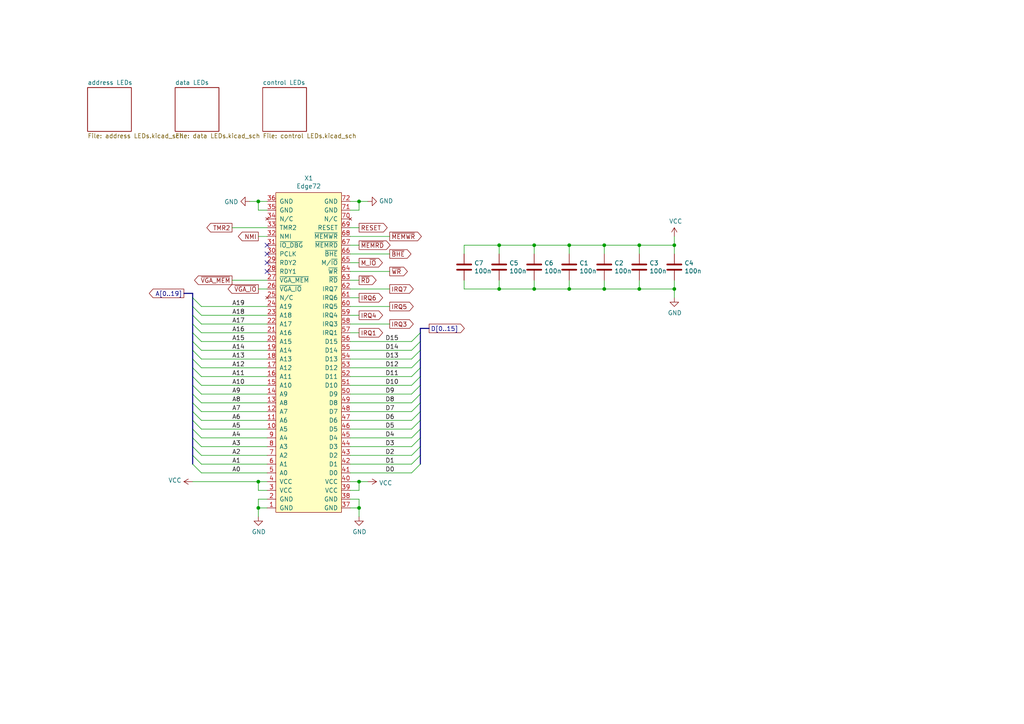
<source format=kicad_sch>
(kicad_sch (version 20230121) (generator eeschema)
  (paper "A4")
  (title_block (title "Mini8086 LED board") (rev "1.1"))
  (lib_symbols
    (symbol "Device:C" (pin_numbers hide) (pin_names (offset 0.254))
      (property "Reference" "C" (at 0.635 2.54 0))
      (property "Value" "C" (at 0.635 -2.54 0))
      (symbol "C_0_1"
        (polyline (pts (xy -2.032 -0.762) (xy 2.032 -0.762)) (stroke (width 0.508)))
        (polyline (pts (xy -2.032 0.762) (xy 2.032 0.762)) (stroke (width 0.508)))
      )
      (symbol "C_1_1"
        (pin passive line (at 0 3.81 270) (length 2.794) (name "~") (number "1"))
        (pin passive line (at 0 -3.81 90) (length 2.794) (name "~") (number "2"))
      )
    )
    (symbol "led_board-rescue:Edge72-Mini8086" (pin_names (offset 1.016))
      (property "Reference" "X" (at 2.54 -49.53 0))
      (property "Value" "Edge72-Mini8086" (at -3.81 -49.53 0))
      (symbol "Edge72-Mini8086_0_1"
        (rectangle (start -8.89 45.72) (end 10.16 -46.99) (fill (type background)))
      )
      (symbol "Edge72-Mini8086_1_1"
        (pin passive line (at -11.43 -45.72 0) (length 2.54) (name "GND") (number "1"))
        (pin bidirectional line (at -11.43 -22.86 0) (length 2.54) (name "A5") (number "10"))
        (pin bidirectional line (at -11.43 -20.32 0) (length 2.54) (name "A6") (number "11"))
        (pin bidirectional line (at -11.43 -17.78 0) (length 2.54) (name "A7") (number "12"))
        (pin bidirectional line (at -11.43 -15.24 0) (length 2.54) (name "A8") (number "13"))
        (pin bidirectional line (at -11.43 -12.7 0) (length 2.54) (name "A9") (number "14"))
        (pin bidirectional line (at -11.43 -10.16 0) (length 2.54) (name "A10") (number "15"))
        (pin bidirectional line (at -11.43 -7.62 0) (length 2.54) (name "A11") (number "16"))
        (pin bidirectional line (at -11.43 -5.08 0) (length 2.54) (name "A12") (number "17"))
        (pin bidirectional line (at -11.43 -2.54 0) (length 2.54) (name "A13") (number "18"))
        (pin bidirectional line (at -11.43 0 0) (length 2.54) (name "A14") (number "19"))
        (pin passive line (at -11.43 -43.18 0) (length 2.54) (name "GND") (number "2"))
        (pin bidirectional line (at -11.43 2.54 0) (length 2.54) (name "A15") (number "20"))
        (pin bidirectional line (at -11.43 5.08 0) (length 2.54) (name "A16") (number "21"))
        (pin bidirectional line (at -11.43 7.62 0) (length 2.54) (name "A17") (number "22"))
        (pin bidirectional line (at -11.43 10.16 0) (length 2.54) (name "A18") (number "23"))
        (pin bidirectional line (at -11.43 12.7 0) (length 2.54) (name "A19") (number "24"))
        (pin no_connect line (at -11.43 15.24 0) (length 2.54) (name "N/C") (number "25"))
        (pin bidirectional line (at -11.43 17.78 0) (length 2.54) (name "~{VGA_IO}") (number "26"))
        (pin bidirectional line (at -11.43 20.32 0) (length 2.54) (name "~{VGA_MEM}") (number "27"))
        (pin passive line (at -11.43 22.86 0) (length 2.54) (name "RDY1") (number "28"))
        (pin passive line (at -11.43 25.4 0) (length 2.54) (name "RDY2") (number "29"))
        (pin passive line (at -11.43 -40.64 0) (length 2.54) (name "VCC") (number "3"))
        (pin passive line (at -11.43 27.94 0) (length 2.54) (name "PCLK") (number "30"))
        (pin passive line (at -11.43 30.48 0) (length 2.54) (name "~{IO_DBG}") (number "31"))
        (pin passive line (at -11.43 33.02 0) (length 2.54) (name "NMI") (number "32"))
        (pin passive line (at -11.43 35.56 0) (length 2.54) (name "TMR2") (number "33"))
        (pin no_connect line (at -11.43 38.1 0) (length 2.54) (name "N/C") (number "34"))
        (pin passive line (at -11.43 40.64 0) (length 2.54) (name "GND") (number "35"))
        (pin passive line (at -11.43 43.18 0) (length 2.54) (name "GND") (number "36"))
        (pin power_out line (at 12.7 -45.72 180) (length 2.54) (name "GND") (number "37"))
        (pin passive line (at 12.7 -43.18 180) (length 2.54) (name "GND") (number "38"))
        (pin power_out line (at 12.7 -40.64 180) (length 2.54) (name "VCC") (number "39"))
        (pin passive line (at -11.43 -38.1 0) (length 2.54) (name "VCC") (number "4"))
        (pin passive line (at 12.7 -38.1 180) (length 2.54) (name "VCC") (number "40"))
        (pin bidirectional line (at 12.7 -35.56 180) (length 2.54) (name "D0") (number "41"))
        (pin bidirectional line (at 12.7 -33.02 180) (length 2.54) (name "D1") (number "42"))
        (pin bidirectional line (at 12.7 -30.48 180) (length 2.54) (name "D2") (number "43"))
        (pin bidirectional line (at 12.7 -27.94 180) (length 2.54) (name "D3") (number "44"))
        (pin bidirectional line (at 12.7 -25.4 180) (length 2.54) (name "D4") (number "45"))
        (pin bidirectional line (at 12.7 -22.86 180) (length 2.54) (name "D5") (number "46"))
        (pin bidirectional line (at 12.7 -20.32 180) (length 2.54) (name "D6") (number "47"))
        (pin bidirectional line (at 12.7 -17.78 180) (length 2.54) (name "D7") (number "48"))
        (pin bidirectional line (at 12.7 -15.24 180) (length 2.54) (name "D8") (number "49"))
        (pin bidirectional line (at -11.43 -35.56 0) (length 2.54) (name "A0") (number "5"))
        (pin bidirectional line (at 12.7 -12.7 180) (length 2.54) (name "D9") (number "50"))
        (pin bidirectional line (at 12.7 -10.16 180) (length 2.54) (name "D10") (number "51"))
        (pin bidirectional line (at 12.7 -7.62 180) (length 2.54) (name "D11") (number "52"))
        (pin bidirectional line (at 12.7 -5.08 180) (length 2.54) (name "D12") (number "53"))
        (pin bidirectional line (at 12.7 -2.54 180) (length 2.54) (name "D13") (number "54"))
        (pin bidirectional line (at 12.7 0 180) (length 2.54) (name "D14") (number "55"))
        (pin bidirectional line (at 12.7 2.54 180) (length 2.54) (name "D15") (number "56"))
        (pin passive line (at 12.7 5.08 180) (length 2.54) (name "IRQ1") (number "57"))
        (pin passive line (at 12.7 7.62 180) (length 2.54) (name "IRQ3") (number "58"))
        (pin passive line (at 12.7 10.16 180) (length 2.54) (name "IRQ4") (number "59"))
        (pin bidirectional line (at -11.43 -33.02 0) (length 2.54) (name "A1") (number "6"))
        (pin passive line (at 12.7 12.7 180) (length 2.54) (name "IRQ5") (number "60"))
        (pin passive line (at 12.7 15.24 180) (length 2.54) (name "IRQ6") (number "61"))
        (pin passive line (at 12.7 17.78 180) (length 2.54) (name "IRQ7") (number "62"))
        (pin bidirectional line (at 12.7 20.32 180) (length 2.54) (name "~{RD}") (number "63"))
        (pin bidirectional line (at 12.7 22.86 180) (length 2.54) (name "~{WR}") (number "64"))
        (pin bidirectional line (at 12.7 25.4 180) (length 2.54) (name "M/~{IO}") (number "65"))
        (pin bidirectional line (at 12.7 27.94 180) (length 2.54) (name "~{BHE}") (number "66"))
        (pin bidirectional line (at 12.7 30.48 180) (length 2.54) (name "~{MEMRD}") (number "67"))
        (pin bidirectional line (at 12.7 33.02 180) (length 2.54) (name "~{MEMWR}") (number "68"))
        (pin passive line (at 12.7 35.56 180) (length 2.54) (name "RESET") (number "69"))
        (pin bidirectional line (at -11.43 -30.48 0) (length 2.54) (name "A2") (number "7"))
        (pin no_connect line (at 12.7 38.1 180) (length 2.54) (name "N/C") (number "70"))
        (pin passive line (at 12.7 40.64 180) (length 2.54) (name "GND") (number "71"))
        (pin passive line (at 12.7 43.18 180) (length 2.54) (name "GND") (number "72"))
        (pin bidirectional line (at -11.43 -27.94 0) (length 2.54) (name "A3") (number "8"))
        (pin bidirectional line (at -11.43 -25.4 0) (length 2.54) (name "A4") (number "9"))
      )
    )
    (symbol "power:GND" (power) (pin_names (offset 0))
      (property "Value" "GND" (at 0 -3.81 0))
      (symbol "GND_0_1"
        (polyline (pts (xy 0 0) (xy 0 -1.27) (xy 1.27 -1.27) (xy 0 -2.54) (xy -1.27 -1.27) (xy 0 -1.27)))
      )
      (symbol "GND_1_1"
        (pin power_in line (at 0 0 270) (length 0) hide (name "GND") (number "1"))
      )
    )
    (symbol "power:VCC" (power) (pin_names (offset 0))
      (property "Value" "VCC" (at 0 3.81 0))
      (symbol "VCC_0_1"
        (polyline (pts (xy -0.762 1.27) (xy 0 2.54)))
        (polyline (pts (xy 0 0) (xy 0 2.54)))
        (polyline (pts (xy 0 2.54) (xy 0.762 1.27)))
      )
      (symbol "VCC_1_1"
        (pin power_in line (at 0 0 90) (length 0) hide (name "VCC") (number "1"))
      )
    )
  )
  (junction (at 165.1 71.12))
  (junction (at 175.26 71.12))
  (junction (at 154.94 71.12))
  (junction (at 195.58 71.12))
  (junction (at 104.14 139.7))
  (junction (at 144.78 71.12))
  (junction (at 74.93 58.42))
  (junction (at 195.58 83.82))
  (junction (at 154.94 83.82))
  (junction (at 104.14 147.32))
  (junction (at 165.1 83.82))
  (junction (at 185.42 71.12))
  (junction (at 74.93 147.32))
  (junction (at 185.42 83.82))
  (junction (at 175.26 83.82))
  (junction (at 74.93 139.7))
  (junction (at 144.78 83.82))
  (junction (at 104.14 58.42))
  (no_connect (at 77.47 73.66))
  (no_connect (at 77.47 71.12))
  (no_connect (at 77.47 78.74))
  (no_connect (at 77.47 76.2))
  (bus_entry (at 58.42 99.06) (size -2.54 -2.54))
  (bus_entry (at 119.38 116.84) (size 2.54 -2.54))
  (bus_entry (at 58.42 129.54) (size -2.54 -2.54))
  (bus_entry (at 119.38 121.92) (size 2.54 -2.54))
  (bus_entry (at 58.42 88.9) (size -2.54 -2.54))
  (bus_entry (at 58.42 106.68) (size -2.54 -2.54))
  (bus_entry (at 58.42 137.16) (size -2.54 -2.54))
  (bus_entry (at 58.42 127) (size -2.54 -2.54))
  (bus_entry (at 119.38 114.3) (size 2.54 -2.54))
  (bus_entry (at 119.38 134.62) (size 2.54 -2.54))
  (bus_entry (at 119.38 137.16) (size 2.54 -2.54))
  (bus_entry (at 58.42 124.46) (size -2.54 -2.54))
  (bus_entry (at 58.42 114.3) (size -2.54 -2.54))
  (bus_entry (at 119.38 132.08) (size 2.54 -2.54))
  (bus_entry (at 58.42 132.08) (size -2.54 -2.54))
  (bus_entry (at 58.42 101.6) (size -2.54 -2.54))
  (bus_entry (at 119.38 104.14) (size 2.54 -2.54))
  (bus_entry (at 119.38 129.54) (size 2.54 -2.54))
  (bus_entry (at 58.42 116.84) (size -2.54 -2.54))
  (bus_entry (at 58.42 111.76) (size -2.54 -2.54))
  (bus_entry (at 119.38 119.38) (size 2.54 -2.54))
  (bus_entry (at 119.38 127) (size 2.54 -2.54))
  (bus_entry (at 119.38 109.22) (size 2.54 -2.54))
  (bus_entry (at 58.42 96.52) (size -2.54 -2.54))
  (bus_entry (at 58.42 91.44) (size -2.54 -2.54))
  (bus_entry (at 119.38 124.46) (size 2.54 -2.54))
  (bus_entry (at 119.38 111.76) (size 2.54 -2.54))
  (bus_entry (at 58.42 134.62) (size -2.54 -2.54))
  (bus_entry (at 58.42 119.38) (size -2.54 -2.54))
  (bus_entry (at 119.38 106.68) (size 2.54 -2.54))
  (bus_entry (at 58.42 109.22) (size -2.54 -2.54))
  (bus_entry (at 119.38 99.06) (size 2.54 -2.54))
  (bus_entry (at 58.42 121.92) (size -2.54 -2.54))
  (bus_entry (at 58.42 93.98) (size -2.54 -2.54))
  (bus_entry (at 58.42 104.14) (size -2.54 -2.54))
  (bus_entry (at 119.38 101.6) (size 2.54 -2.54))
  (bus (pts (xy 121.92 121.92) (xy 121.92 124.46)))
  (bus (pts (xy 55.88 111.76) (xy 55.88 114.3)))
  (wire (pts (xy 165.1 71.12) (xy 154.94 71.12)))
  (wire (pts (xy 119.38 111.76) (xy 101.6 111.76)))
  (wire (pts (xy 165.1 81.28) (xy 165.1 83.82)))
  (bus (pts (xy 121.92 106.68) (xy 121.92 109.22)))
  (wire (pts (xy 104.14 91.44) (xy 101.6 91.44)))
  (wire (pts (xy 104.14 76.2) (xy 101.6 76.2)))
  (wire (pts (xy 74.93 58.42) (xy 72.39 58.42)))
  (bus (pts (xy 55.88 127) (xy 55.88 129.54)))
  (bus (pts (xy 121.92 99.06) (xy 121.92 101.6)))
  (bus (pts (xy 121.92 111.76) (xy 121.92 114.3)))
  (wire (pts (xy 58.42 96.52) (xy 77.47 96.52)))
  (bus (pts (xy 55.88 96.52) (xy 55.88 99.06)))
  (wire (pts (xy 74.93 60.96) (xy 74.93 58.42)))
  (bus (pts (xy 121.92 119.38) (xy 121.92 121.92)))
  (wire (pts (xy 165.1 83.82) (xy 175.26 83.82)))
  (wire (pts (xy 185.42 71.12) (xy 195.58 71.12)))
  (wire (pts (xy 74.93 68.58) (xy 77.47 68.58)))
  (bus (pts (xy 55.88 129.54) (xy 55.88 132.08)))
  (wire (pts (xy 144.78 71.12) (xy 144.78 73.66)))
  (wire (pts (xy 165.1 83.82) (xy 154.94 83.82)))
  (wire (pts (xy 58.42 127) (xy 77.47 127)))
  (wire (pts (xy 195.58 71.12) (xy 195.58 68.58)))
  (wire (pts (xy 74.93 139.7) (xy 55.88 139.7)))
  (bus (pts (xy 121.92 104.14) (xy 121.92 106.68)))
  (bus (pts (xy 55.88 109.22) (xy 55.88 111.76)))
  (wire (pts (xy 104.14 144.78) (xy 104.14 147.32)))
  (wire (pts (xy 104.14 60.96) (xy 104.14 58.42)))
  (wire (pts (xy 58.42 101.6) (xy 77.47 101.6)))
  (wire (pts (xy 101.6 68.58) (xy 113.03 68.58)))
  (bus (pts (xy 121.92 109.22) (xy 121.92 111.76)))
  (wire (pts (xy 175.26 83.82) (xy 185.42 83.82)))
  (bus (pts (xy 55.88 121.92) (xy 55.88 124.46)))
  (bus (pts (xy 121.92 127) (xy 121.92 129.54)))
  (wire (pts (xy 113.03 88.9) (xy 101.6 88.9)))
  (wire (pts (xy 185.42 73.66) (xy 185.42 71.12)))
  (wire (pts (xy 195.58 83.82) (xy 195.58 86.36)))
  (wire (pts (xy 101.6 66.04) (xy 104.14 66.04)))
  (bus (pts (xy 55.88 85.09) (xy 55.88 86.36)))
  (wire (pts (xy 104.14 139.7) (xy 104.14 142.24)))
  (wire (pts (xy 119.38 127) (xy 101.6 127)))
  (bus (pts (xy 55.88 104.14) (xy 55.88 106.68)))
  (wire (pts (xy 134.62 83.82) (xy 134.62 81.28)))
  (wire (pts (xy 104.14 81.28) (xy 101.6 81.28)))
  (wire (pts (xy 144.78 83.82) (xy 134.62 83.82)))
  (wire (pts (xy 101.6 139.7) (xy 104.14 139.7)))
  (wire (pts (xy 104.14 58.42) (xy 101.6 58.42)))
  (wire (pts (xy 113.03 78.74) (xy 101.6 78.74)))
  (wire (pts (xy 58.42 91.44) (xy 77.47 91.44)))
  (bus (pts (xy 55.88 114.3) (xy 55.88 116.84)))
  (wire (pts (xy 77.47 60.96) (xy 74.93 60.96)))
  (wire (pts (xy 195.58 81.28) (xy 195.58 83.82)))
  (wire (pts (xy 119.38 134.62) (xy 101.6 134.62)))
  (wire (pts (xy 77.47 142.24) (xy 74.93 142.24)))
  (wire (pts (xy 134.62 71.12) (xy 144.78 71.12)))
  (wire (pts (xy 74.93 58.42) (xy 77.47 58.42)))
  (wire (pts (xy 58.42 93.98) (xy 77.47 93.98)))
  (wire (pts (xy 58.42 116.84) (xy 77.47 116.84)))
  (wire (pts (xy 104.14 58.42) (xy 106.68 58.42)))
  (wire (pts (xy 104.14 139.7) (xy 106.68 139.7)))
  (wire (pts (xy 119.38 132.08) (xy 101.6 132.08)))
  (wire (pts (xy 119.38 119.38) (xy 101.6 119.38)))
  (wire (pts (xy 74.93 147.32) (xy 77.47 147.32)))
  (bus (pts (xy 55.88 132.08) (xy 55.88 134.62)))
  (bus (pts (xy 121.92 96.52) (xy 121.92 99.06)))
  (wire (pts (xy 104.14 147.32) (xy 101.6 147.32)))
  (wire (pts (xy 67.31 81.28) (xy 77.47 81.28)))
  (wire (pts (xy 101.6 60.96) (xy 104.14 60.96)))
  (wire (pts (xy 58.42 114.3) (xy 77.47 114.3)))
  (wire (pts (xy 58.42 121.92) (xy 77.47 121.92)))
  (wire (pts (xy 175.26 71.12) (xy 175.26 73.66)))
  (wire (pts (xy 175.26 81.28) (xy 175.26 83.82)))
  (wire (pts (xy 119.38 121.92) (xy 101.6 121.92)))
  (wire (pts (xy 101.6 71.12) (xy 104.14 71.12)))
  (bus (pts (xy 55.88 93.98) (xy 55.88 96.52)))
  (wire (pts (xy 144.78 83.82) (xy 144.78 81.28)))
  (wire (pts (xy 185.42 83.82) (xy 195.58 83.82)))
  (wire (pts (xy 67.31 66.04) (xy 77.47 66.04)))
  (wire (pts (xy 74.93 142.24) (xy 74.93 139.7)))
  (wire (pts (xy 119.38 104.14) (xy 101.6 104.14)))
  (wire (pts (xy 58.42 88.9) (xy 77.47 88.9)))
  (wire (pts (xy 101.6 137.16) (xy 119.38 137.16)))
  (wire (pts (xy 101.6 144.78) (xy 104.14 144.78)))
  (wire (pts (xy 58.42 132.08) (xy 77.47 132.08)))
  (bus (pts (xy 121.92 129.54) (xy 121.92 132.08)))
  (wire (pts (xy 74.93 139.7) (xy 77.47 139.7)))
  (wire (pts (xy 154.94 83.82) (xy 144.78 83.82)))
  (bus (pts (xy 55.88 116.84) (xy 55.88 119.38)))
  (wire (pts (xy 195.58 71.12) (xy 195.58 73.66)))
  (wire (pts (xy 119.38 101.6) (xy 101.6 101.6)))
  (wire (pts (xy 58.42 119.38) (xy 77.47 119.38)))
  (wire (pts (xy 58.42 109.22) (xy 77.47 109.22)))
  (wire (pts (xy 113.03 93.98) (xy 101.6 93.98)))
  (bus (pts (xy 121.92 101.6) (xy 121.92 104.14)))
  (wire (pts (xy 58.42 99.06) (xy 77.47 99.06)))
  (wire (pts (xy 58.42 124.46) (xy 77.47 124.46)))
  (bus (pts (xy 121.92 95.25) (xy 124.46 95.25)))
  (wire (pts (xy 58.42 104.14) (xy 77.47 104.14)))
  (wire (pts (xy 101.6 73.66) (xy 113.03 73.66)))
  (wire (pts (xy 175.26 71.12) (xy 185.42 71.12)))
  (bus (pts (xy 121.92 124.46) (xy 121.92 127)))
  (wire (pts (xy 119.38 116.84) (xy 101.6 116.84)))
  (wire (pts (xy 165.1 73.66) (xy 165.1 71.12)))
  (bus (pts (xy 55.88 124.46) (xy 55.88 127)))
  (bus (pts (xy 55.88 106.68) (xy 55.88 109.22)))
  (wire (pts (xy 74.93 144.78) (xy 74.93 147.32)))
  (wire (pts (xy 104.14 142.24) (xy 101.6 142.24)))
  (bus (pts (xy 121.92 132.08) (xy 121.92 134.62)))
  (wire (pts (xy 119.38 106.68) (xy 101.6 106.68)))
  (wire (pts (xy 165.1 71.12) (xy 175.26 71.12)))
  (bus (pts (xy 55.88 101.6) (xy 55.88 104.14)))
  (bus (pts (xy 55.88 99.06) (xy 55.88 101.6)))
  (bus (pts (xy 121.92 95.25) (xy 121.92 96.52)))
  (bus (pts (xy 55.88 85.09) (xy 53.34 85.09)))
  (wire (pts (xy 77.47 137.16) (xy 58.42 137.16)))
  (wire (pts (xy 77.47 144.78) (xy 74.93 144.78)))
  (wire (pts (xy 154.94 83.82) (xy 154.94 81.28)))
  (wire (pts (xy 119.38 109.22) (xy 101.6 109.22)))
  (bus (pts (xy 55.88 91.44) (xy 55.88 93.98)))
  (wire (pts (xy 154.94 71.12) (xy 144.78 71.12)))
  (bus (pts (xy 121.92 114.3) (xy 121.92 116.84)))
  (bus (pts (xy 55.88 88.9) (xy 55.88 91.44)))
  (wire (pts (xy 74.93 147.32) (xy 74.93 149.86)))
  (wire (pts (xy 119.38 114.3) (xy 101.6 114.3)))
  (wire (pts (xy 58.42 129.54) (xy 77.47 129.54)))
  (wire (pts (xy 185.42 81.28) (xy 185.42 83.82)))
  (wire (pts (xy 74.93 83.82) (xy 77.47 83.82)))
  (wire (pts (xy 104.14 96.52) (xy 101.6 96.52)))
  (wire (pts (xy 154.94 71.12) (xy 154.94 73.66)))
  (wire (pts (xy 104.14 86.36) (xy 101.6 86.36)))
  (wire (pts (xy 119.38 124.46) (xy 101.6 124.46)))
  (wire (pts (xy 134.62 73.66) (xy 134.62 71.12)))
  (bus (pts (xy 55.88 119.38) (xy 55.88 121.92)))
  (wire (pts (xy 58.42 134.62) (xy 77.47 134.62)))
  (wire (pts (xy 119.38 99.06) (xy 101.6 99.06)))
  (bus (pts (xy 121.92 116.84) (xy 121.92 119.38)))
  (wire (pts (xy 58.42 106.68) (xy 77.47 106.68)))
  (wire (pts (xy 119.38 129.54) (xy 101.6 129.54)))
  (wire (pts (xy 58.42 111.76) (xy 77.47 111.76)))
  (wire (pts (xy 104.14 147.32) (xy 104.14 149.86)))
  (bus (pts (xy 55.88 86.36) (xy 55.88 88.9)))
  (wire (pts (xy 113.03 83.82) (xy 101.6 83.82)))
  (label "A2" (at 67.31 132.08 0))
  (label "D2" (at 111.76 132.08 0))
  (label "D6" (at 111.76 121.92 0))
  (label "D14" (at 111.76 101.6 0))
  (label "A19" (at 67.31 88.9 0))
  (label "A7" (at 67.31 119.38 0))
  (label "D8" (at 111.76 116.84 0))
  (label "D4" (at 111.76 127 0))
  (label "A16" (at 67.31 96.52 0))
  (label "D15" (at 111.76 99.06 0))
  (label "D12" (at 111.76 106.68 0))
  (label "D0" (at 111.76 137.16 0))
  (label "A9" (at 67.31 114.3 0))
  (label "D10" (at 111.76 111.76 0))
  (label "A14" (at 67.31 101.6 0))
  (label "A11" (at 67.31 109.22 0))
  (label "A13" (at 67.31 104.14 0))
  (label "D1" (at 111.76 134.62 0))
  (label "A12" (at 67.31 106.68 0))
  (label "D13" (at 111.76 104.14 0))
  (label "D9" (at 111.76 114.3 0))
  (label "D3" (at 111.76 129.54 0))
  (label "D11" (at 111.76 109.22 0))
  (label "A17" (at 67.31 93.98 0))
  (label "A6" (at 67.31 121.92 0))
  (label "D5" (at 111.76 124.46 0))
  (label "A8" (at 67.31 116.84 0))
  (label "A15" (at 67.31 99.06 0))
  (label "A3" (at 67.31 129.54 0))
  (label "A1" (at 67.31 134.62 0))
  (label "A0" (at 67.31 137.16 0))
  (label "D7" (at 111.76 119.38 0))
  (label "A10" (at 67.31 111.76 0))
  (label "A4" (at 67.31 127 0))
  (label "A18" (at 67.31 91.44 0))
  (label "A5" (at 67.31 124.46 0))
  (global_label "D[0..15]" (shape output) (at 124.46 95.25 0) (property "Intersheetrefs" "${INTERSHEET_REFS}" (effects hide)))
  (global_label "~{VGA_MEM}" (shape output) (at 67.31 81.28 180) (property "Intersheetrefs" "${INTERSHEET_REFS}" (effects hide)))
  (global_label "NMI" (shape output) (at 74.93 68.58 180) (property "Intersheetrefs" "${INTERSHEET_REFS}" (effects hide)))
  (global_label "~{VGA_IO}" (shape output) (at 74.93 83.82 180) (property "Intersheetrefs" "${INTERSHEET_REFS}" (effects hide)))
  (global_label "IRQ3" (shape output) (at 113.03 93.98 0) (property "Intersheetrefs" "${INTERSHEET_REFS}" (effects hide)))
  (global_label "IRQ7" (shape output) (at 113.03 83.82 0) (property "Intersheetrefs" "${INTERSHEET_REFS}" (effects hide)))
  (global_label "A[0..19]" (shape output) (at 53.34 85.09 180) (property "Intersheetrefs" "${INTERSHEET_REFS}" (effects hide)))
  (global_label "~{MEMRD}" (shape output) (at 104.14 71.12 0) (property "Intersheetrefs" "${INTERSHEET_REFS}" (effects hide)))
  (global_label "IRQ5" (shape output) (at 113.03 88.9 0) (property "Intersheetrefs" "${INTERSHEET_REFS}" (effects hide)))
  (global_label "M_~{IO}" (shape output) (at 104.14 76.2 0) (property "Intersheetrefs" "${INTERSHEET_REFS}" (effects hide)))
  (global_label "~{MEMWR}" (shape output) (at 113.03 68.58 0) (property "Intersheetrefs" "${INTERSHEET_REFS}" (effects hide)))
  (global_label "IRQ6" (shape output) (at 104.14 86.36 0) (property "Intersheetrefs" "${INTERSHEET_REFS}" (effects hide)))
  (global_label "TMR2" (shape output) (at 67.31 66.04 180) (property "Intersheetrefs" "${INTERSHEET_REFS}" (effects hide)))
  (global_label "~{RD}" (shape output) (at 104.14 81.28 0) (property "Intersheetrefs" "${INTERSHEET_REFS}" (effects hide)))
  (global_label "RESET" (shape output) (at 104.14 66.04 0) (property "Intersheetrefs" "${INTERSHEET_REFS}" (effects hide)))
  (global_label "IRQ1" (shape output) (at 104.14 96.52 0) (property "Intersheetrefs" "${INTERSHEET_REFS}" (effects hide)))
  (global_label "IRQ4" (shape output) (at 104.14 91.44 0) (property "Intersheetrefs" "${INTERSHEET_REFS}" (effects hide)))
  (global_label "~{BHE}" (shape output) (at 113.03 73.66 0) (property "Intersheetrefs" "${INTERSHEET_REFS}" (effects hide)))
  (global_label "~{WR}" (shape output) (at 113.03 78.74 0) (property "Intersheetrefs" "${INTERSHEET_REFS}" (effects hide)))
  (symbol (lib_id "led_board-rescue:Edge72-Mini8086") (at 88.9 101.6 0) (unit 1)
    (property "Reference" "X1" (at 89.535 51.689 0))
    (property "Value" "Edge72" (at 89.535 54.0004 0))
    (property "Footprint" "Mini8086:BUS_72" (effects hide))
  )
  (symbol (lib_id "Device:C") (at 134.62 77.47 0) (unit 1)
    (property "Reference" "C7" (at 137.541 76.3016 0) (effects (justify left)))
    (property "Value" "100n" (at 137.541 78.613 0) (effects (justify left)))
    (property "Footprint" "Capacitor_SMD:C_1206_3216Metric" (effects hide))
    (property "LCSC" "C24497" (effects hide))
  )
  (symbol (lib_id "power:GND") (at 104.14 149.86 0) (unit 1)
    (property "Reference" "#PWR04" (effects hide))
    (property "Value" "GND" (at 104.267 154.2542 0))
  )
  (symbol (lib_id "power:GND") (at 74.93 149.86 0) (unit 1)
    (property "Reference" "#PWR03" (effects hide))
    (property "Value" "GND" (at 75.057 154.2542 0))
  )
  (symbol (lib_id "power:VCC") (at 106.68 139.7 270) (unit 1)
    (property "Reference" "#PWR06" (effects hide))
    (property "Value" "VCC" (at 109.9312 140.081 90) (effects (justify left)))
  )
  (symbol (lib_id "power:VCC") (at 55.88 139.7 90) (unit 1)
    (property "Reference" "#PWR01" (effects hide))
    (property "Value" "VCC" (at 52.6542 139.319 90) (effects (justify left)))
  )
  (symbol (lib_id "power:GND") (at 106.68 58.42 90) (unit 1)
    (property "Reference" "#PWR05" (effects hide))
    (property "Value" "GND" (at 109.9312 58.293 90) (effects (justify right)))
  )
  (symbol (lib_id "power:GND") (at 72.39 58.42 270) (unit 1)
    (property "Reference" "#PWR02" (effects hide))
    (property "Value" "GND" (at 69.1388 58.547 90) (effects (justify right)))
  )
  (symbol (lib_id "Device:C") (at 154.94 77.47 0) (unit 1)
    (property "Reference" "C6" (at 157.861 76.3016 0) (effects (justify left)))
    (property "Value" "100n" (at 157.861 78.613 0) (effects (justify left)))
    (property "Footprint" "Capacitor_SMD:C_1206_3216Metric" (effects hide))
    (property "LCSC" "C24497" (effects hide))
  )
  (symbol (lib_id "Device:C") (at 144.78 77.47 0) (unit 1)
    (property "Reference" "C5" (at 147.701 76.3016 0) (effects (justify left)))
    (property "Value" "100n" (at 147.701 78.613 0) (effects (justify left)))
    (property "Footprint" "Capacitor_SMD:C_1206_3216Metric" (effects hide))
    (property "LCSC" "C24497" (effects hide))
  )
  (symbol (lib_id "Device:C") (at 165.1 77.47 0) (unit 1)
    (property "Reference" "C1" (at 168.021 76.3016 0) (effects (justify left)))
    (property "Value" "100n" (at 168.021 78.613 0) (effects (justify left)))
    (property "Footprint" "Capacitor_SMD:C_1206_3216Metric" (effects hide))
    (property "LCSC" "C24497" (effects hide))
  )
  (symbol (lib_id "Device:C") (at 175.26 77.47 0) (unit 1)
    (property "Reference" "C2" (at 178.181 76.3016 0) (effects (justify left)))
    (property "Value" "100n" (at 178.181 78.613 0) (effects (justify left)))
    (property "Footprint" "Capacitor_SMD:C_1206_3216Metric" (effects hide))
    (property "LCSC" "C24497" (effects hide))
  )
  (symbol (lib_id "Device:C") (at 185.42 77.47 0) (unit 1)
    (property "Reference" "C3" (at 188.341 76.3016 0) (effects (justify left)))
    (property "Value" "100n" (at 188.341 78.613 0) (effects (justify left)))
    (property "Footprint" "Capacitor_SMD:C_1206_3216Metric" (effects hide))
    (property "LCSC" "C24497" (effects hide))
  )
  (symbol (lib_id "Device:C") (at 195.58 77.47 0) (unit 1)
    (property "Reference" "C4" (at 198.501 76.3016 0) (effects (justify left)))
    (property "Value" "100n" (at 198.501 78.613 0) (effects (justify left)))
    (property "Footprint" "Capacitor_SMD:C_1206_3216Metric" (effects hide))
    (property "LCSC" "C24497" (effects hide))
  )
  (symbol (lib_id "power:GND") (at 195.58 86.36 0) (unit 1)
    (property "Reference" "#PWR08" (effects hide))
    (property "Value" "GND" (at 195.707 90.7542 0))
  )
  (symbol (lib_id "power:VCC") (at 195.58 68.58 0) (unit 1)
    (property "Reference" "#PWR07" (effects hide))
    (property "Value" "VCC" (at 195.961 64.1858 0))
  )
  (sheet (at 25.4 25.4) (size 12.7 12.7)
    (property "Sheetname" "address LEDs" (at 25.4 24.6884 0) (effects (justify left bottom)))
    (property "Sheetfile" "address LEDs.kicad_sch" (at 25.4 38.6846 0) (effects (justify left top)))
  )
  (sheet (at 50.8 25.4) (size 12.7 12.7)
    (property "Sheetname" "data LEDs" (at 50.8 24.6884 0) (effects (justify left bottom)))
    (property "Sheetfile" "data LEDs.kicad_sch" (at 50.8 38.6846 0) (effects (justify left top)))
  )
  (sheet (at 76.2 25.4) (size 12.7 12.7)
    (property "Sheetname" "control LEDs" (at 76.2 24.6884 0) (effects (justify left bottom)))
    (property "Sheetfile" "control LEDs.kicad_sch" (at 76.2 38.6846 0) (effects (justify left top)))
  )
)
</source>
